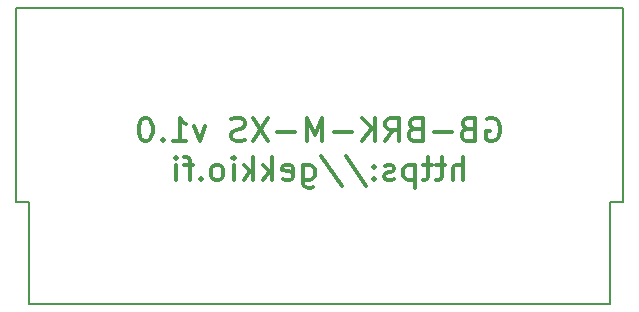
<source format=gbr>
G04 #@! TF.FileFunction,Legend,Bot*
%FSLAX46Y46*%
G04 Gerber Fmt 4.6, Leading zero omitted, Abs format (unit mm)*
G04 Created by KiCad (PCBNEW 4.0.7-e2-6376~60~ubuntu17.10.1) date Wed Jan 17 23:43:32 2018*
%MOMM*%
%LPD*%
G01*
G04 APERTURE LIST*
%ADD10C,0.100000*%
%ADD11C,0.300000*%
%ADD12C,0.150000*%
G04 APERTURE END LIST*
D10*
D11*
X114142856Y-84350000D02*
X114333333Y-84254762D01*
X114619047Y-84254762D01*
X114904761Y-84350000D01*
X115095237Y-84540476D01*
X115190476Y-84730952D01*
X115285714Y-85111905D01*
X115285714Y-85397619D01*
X115190476Y-85778571D01*
X115095237Y-85969048D01*
X114904761Y-86159524D01*
X114619047Y-86254762D01*
X114428571Y-86254762D01*
X114142856Y-86159524D01*
X114047618Y-86064286D01*
X114047618Y-85397619D01*
X114428571Y-85397619D01*
X112523809Y-85207143D02*
X112238095Y-85302381D01*
X112142856Y-85397619D01*
X112047618Y-85588095D01*
X112047618Y-85873810D01*
X112142856Y-86064286D01*
X112238095Y-86159524D01*
X112428571Y-86254762D01*
X113190476Y-86254762D01*
X113190476Y-84254762D01*
X112523809Y-84254762D01*
X112333333Y-84350000D01*
X112238095Y-84445238D01*
X112142856Y-84635714D01*
X112142856Y-84826190D01*
X112238095Y-85016667D01*
X112333333Y-85111905D01*
X112523809Y-85207143D01*
X113190476Y-85207143D01*
X111190476Y-85492857D02*
X109666666Y-85492857D01*
X108047619Y-85207143D02*
X107761905Y-85302381D01*
X107666666Y-85397619D01*
X107571428Y-85588095D01*
X107571428Y-85873810D01*
X107666666Y-86064286D01*
X107761905Y-86159524D01*
X107952381Y-86254762D01*
X108714286Y-86254762D01*
X108714286Y-84254762D01*
X108047619Y-84254762D01*
X107857143Y-84350000D01*
X107761905Y-84445238D01*
X107666666Y-84635714D01*
X107666666Y-84826190D01*
X107761905Y-85016667D01*
X107857143Y-85111905D01*
X108047619Y-85207143D01*
X108714286Y-85207143D01*
X105571428Y-86254762D02*
X106238095Y-85302381D01*
X106714286Y-86254762D02*
X106714286Y-84254762D01*
X105952381Y-84254762D01*
X105761905Y-84350000D01*
X105666666Y-84445238D01*
X105571428Y-84635714D01*
X105571428Y-84921429D01*
X105666666Y-85111905D01*
X105761905Y-85207143D01*
X105952381Y-85302381D01*
X106714286Y-85302381D01*
X104714286Y-86254762D02*
X104714286Y-84254762D01*
X103571428Y-86254762D02*
X104428571Y-85111905D01*
X103571428Y-84254762D02*
X104714286Y-85397619D01*
X102714286Y-85492857D02*
X101190476Y-85492857D01*
X100238096Y-86254762D02*
X100238096Y-84254762D01*
X99571429Y-85683333D01*
X98904762Y-84254762D01*
X98904762Y-86254762D01*
X97952382Y-85492857D02*
X96428572Y-85492857D01*
X95666668Y-84254762D02*
X94333334Y-86254762D01*
X94333334Y-84254762D02*
X95666668Y-86254762D01*
X93666668Y-86159524D02*
X93380953Y-86254762D01*
X92904763Y-86254762D01*
X92714287Y-86159524D01*
X92619049Y-86064286D01*
X92523810Y-85873810D01*
X92523810Y-85683333D01*
X92619049Y-85492857D01*
X92714287Y-85397619D01*
X92904763Y-85302381D01*
X93285715Y-85207143D01*
X93476191Y-85111905D01*
X93571430Y-85016667D01*
X93666668Y-84826190D01*
X93666668Y-84635714D01*
X93571430Y-84445238D01*
X93476191Y-84350000D01*
X93285715Y-84254762D01*
X92809525Y-84254762D01*
X92523810Y-84350000D01*
X90333334Y-84921429D02*
X89857143Y-86254762D01*
X89380953Y-84921429D01*
X87571428Y-86254762D02*
X88714286Y-86254762D01*
X88142857Y-86254762D02*
X88142857Y-84254762D01*
X88333333Y-84540476D01*
X88523809Y-84730952D01*
X88714286Y-84826190D01*
X86714286Y-86064286D02*
X86619047Y-86159524D01*
X86714286Y-86254762D01*
X86809524Y-86159524D01*
X86714286Y-86064286D01*
X86714286Y-86254762D01*
X85380952Y-84254762D02*
X85190476Y-84254762D01*
X85000000Y-84350000D01*
X84904762Y-84445238D01*
X84809524Y-84635714D01*
X84714285Y-85016667D01*
X84714285Y-85492857D01*
X84809524Y-85873810D01*
X84904762Y-86064286D01*
X85000000Y-86159524D01*
X85190476Y-86254762D01*
X85380952Y-86254762D01*
X85571428Y-86159524D01*
X85666666Y-86064286D01*
X85761905Y-85873810D01*
X85857143Y-85492857D01*
X85857143Y-85016667D01*
X85761905Y-84635714D01*
X85666666Y-84445238D01*
X85571428Y-84350000D01*
X85380952Y-84254762D01*
X112142858Y-89554762D02*
X112142858Y-87554762D01*
X111285715Y-89554762D02*
X111285715Y-88507143D01*
X111380953Y-88316667D01*
X111571429Y-88221429D01*
X111857143Y-88221429D01*
X112047619Y-88316667D01*
X112142858Y-88411905D01*
X110619048Y-88221429D02*
X109857143Y-88221429D01*
X110333334Y-87554762D02*
X110333334Y-89269048D01*
X110238095Y-89459524D01*
X110047619Y-89554762D01*
X109857143Y-89554762D01*
X109476191Y-88221429D02*
X108714286Y-88221429D01*
X109190477Y-87554762D02*
X109190477Y-89269048D01*
X109095238Y-89459524D01*
X108904762Y-89554762D01*
X108714286Y-89554762D01*
X108047620Y-88221429D02*
X108047620Y-90221429D01*
X108047620Y-88316667D02*
X107857143Y-88221429D01*
X107476191Y-88221429D01*
X107285715Y-88316667D01*
X107190477Y-88411905D01*
X107095239Y-88602381D01*
X107095239Y-89173810D01*
X107190477Y-89364286D01*
X107285715Y-89459524D01*
X107476191Y-89554762D01*
X107857143Y-89554762D01*
X108047620Y-89459524D01*
X106333334Y-89459524D02*
X106142857Y-89554762D01*
X105761905Y-89554762D01*
X105571429Y-89459524D01*
X105476191Y-89269048D01*
X105476191Y-89173810D01*
X105571429Y-88983333D01*
X105761905Y-88888095D01*
X106047619Y-88888095D01*
X106238096Y-88792857D01*
X106333334Y-88602381D01*
X106333334Y-88507143D01*
X106238096Y-88316667D01*
X106047619Y-88221429D01*
X105761905Y-88221429D01*
X105571429Y-88316667D01*
X104619048Y-89364286D02*
X104523809Y-89459524D01*
X104619048Y-89554762D01*
X104714286Y-89459524D01*
X104619048Y-89364286D01*
X104619048Y-89554762D01*
X104619048Y-88316667D02*
X104523809Y-88411905D01*
X104619048Y-88507143D01*
X104714286Y-88411905D01*
X104619048Y-88316667D01*
X104619048Y-88507143D01*
X102238095Y-87459524D02*
X103952381Y-90030952D01*
X100142857Y-87459524D02*
X101857143Y-90030952D01*
X98619048Y-88221429D02*
X98619048Y-89840476D01*
X98714286Y-90030952D01*
X98809524Y-90126190D01*
X99000000Y-90221429D01*
X99285714Y-90221429D01*
X99476191Y-90126190D01*
X98619048Y-89459524D02*
X98809524Y-89554762D01*
X99190476Y-89554762D01*
X99380952Y-89459524D01*
X99476191Y-89364286D01*
X99571429Y-89173810D01*
X99571429Y-88602381D01*
X99476191Y-88411905D01*
X99380952Y-88316667D01*
X99190476Y-88221429D01*
X98809524Y-88221429D01*
X98619048Y-88316667D01*
X96904762Y-89459524D02*
X97095238Y-89554762D01*
X97476190Y-89554762D01*
X97666667Y-89459524D01*
X97761905Y-89269048D01*
X97761905Y-88507143D01*
X97666667Y-88316667D01*
X97476190Y-88221429D01*
X97095238Y-88221429D01*
X96904762Y-88316667D01*
X96809524Y-88507143D01*
X96809524Y-88697619D01*
X97761905Y-88888095D01*
X95952381Y-89554762D02*
X95952381Y-87554762D01*
X95761904Y-88792857D02*
X95190476Y-89554762D01*
X95190476Y-88221429D02*
X95952381Y-88983333D01*
X94333333Y-89554762D02*
X94333333Y-87554762D01*
X94142856Y-88792857D02*
X93571428Y-89554762D01*
X93571428Y-88221429D02*
X94333333Y-88983333D01*
X92714285Y-89554762D02*
X92714285Y-88221429D01*
X92714285Y-87554762D02*
X92809523Y-87650000D01*
X92714285Y-87745238D01*
X92619046Y-87650000D01*
X92714285Y-87554762D01*
X92714285Y-87745238D01*
X91476189Y-89554762D02*
X91666665Y-89459524D01*
X91761904Y-89364286D01*
X91857142Y-89173810D01*
X91857142Y-88602381D01*
X91761904Y-88411905D01*
X91666665Y-88316667D01*
X91476189Y-88221429D01*
X91190475Y-88221429D01*
X90999999Y-88316667D01*
X90904761Y-88411905D01*
X90809523Y-88602381D01*
X90809523Y-89173810D01*
X90904761Y-89364286D01*
X90999999Y-89459524D01*
X91190475Y-89554762D01*
X91476189Y-89554762D01*
X89952380Y-89364286D02*
X89857141Y-89459524D01*
X89952380Y-89554762D01*
X90047618Y-89459524D01*
X89952380Y-89364286D01*
X89952380Y-89554762D01*
X89285713Y-88221429D02*
X88523808Y-88221429D01*
X88999999Y-89554762D02*
X88999999Y-87840476D01*
X88904760Y-87650000D01*
X88714284Y-87554762D01*
X88523808Y-87554762D01*
X87857142Y-89554762D02*
X87857142Y-88221429D01*
X87857142Y-87554762D02*
X87952380Y-87650000D01*
X87857142Y-87745238D01*
X87761903Y-87650000D01*
X87857142Y-87554762D01*
X87857142Y-87745238D01*
D12*
X74300000Y-75000000D02*
X125700000Y-75000000D01*
X74300000Y-91400000D02*
X74300000Y-75000000D01*
X75400000Y-91400000D02*
X74300000Y-91400000D01*
X75400000Y-100000000D02*
X75400000Y-91400000D01*
X125700000Y-91400000D02*
X125700000Y-75000000D01*
X124600000Y-91400000D02*
X125700000Y-91400000D01*
X124600000Y-100000000D02*
X124600000Y-91400000D01*
X75400000Y-100000000D02*
X124600000Y-100000000D01*
M02*

</source>
